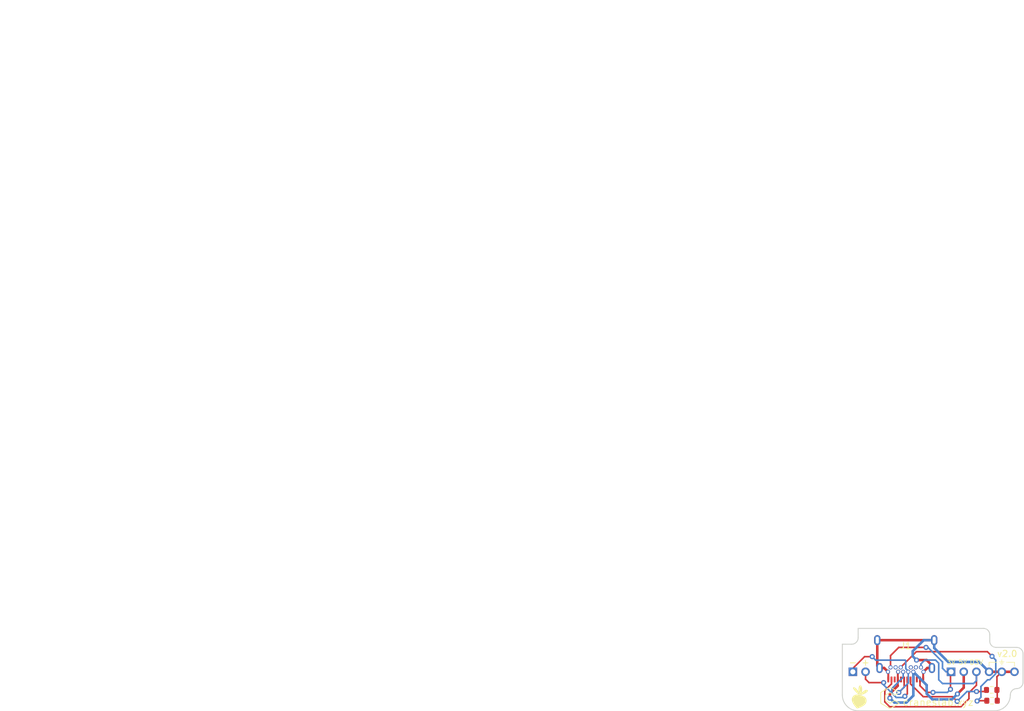
<source format=kicad_pcb>
(kicad_pcb (version 20211014) (generator pcbnew)
  (layers (0 "F.Cu" signal) (31 "B.Cu" signal) (34 "B.Paste" user) (35 "F.Paste" user) (36 "B.SilkS" user "B.Silkscreen") (37 "F.SilkS" user "F.Silkscreen") (38 "B.Mask" user) (39 "F.Mask" user) (44 "Edge.Cuts" user))
  (net 0 "")
  (net 1 "GND")
  (net 2 "3V3")
  (net 3 "VBUS")
  (net 4 "Net-(J1-PadA5)")
  (net 5 "D+")
  (net 6 "D-")
  (net 7 "Net-(J1-PadA8)")
  (net 8 "D3V")
  (net 9 "Net-(J1-PadB5)")
  (net 10 "Net-(J1-PadB8)")
  (net 11 "Net-(J1-PadB3)")
  (net 12 "Net-(J1-PadB10)")
  (net 13 "Net-(J1-PadA3)")
  (net 14 "Net-(J1-PadA10)")
  (footprint "Model_S:USBC_C_Logo" (layer "F.Cu") (at 130.3 110)
    (fp_text reference "G***" hide)
    (fp_text value "LOGO" hide)
  )
  (footprint "Connector_PinHeader_2.00mm:PinHeader_1x06_P2.00mm_Vertical" (layer "F.Cu") (at 139.94 105.89 90)
    (fp_text reference "J2" hide)
    (fp_text value "Conn_01x06" hide)
    (pad "1" thru_hole rect locked (at 0 0 90) (size 1.35 1.35) (drill 0.8) (layers *.Cu *.Mask) (net 2 "3V3"))
    (pad "2" thru_hole oval locked (at 0 2 90) (size 1.35 1.35) (drill 0.8) (layers *.Cu *.Mask) (net 3 "VBUS"))
    (pad "3" thru_hole oval locked (at 0 4 90) (size 1.35 1.35) (drill 0.8) (layers *.Cu *.Mask) (net 8 "D3V"))
    (pad "4" thru_hole oval locked (at 0 6 90) (size 1.35 1.35) (drill 0.8) (layers *.Cu *.Mask) (net 1 "GND"))
    (pad "5" thru_hole oval locked (at 0 8 90) (size 1.35 1.35) (drill 0.8) (layers *.Cu *.Mask) (net 1 "GND"))
    (pad "6" thru_hole oval locked (at 0 10 90) (size 1.35 1.35) (drill 0.8) (layers *.Cu *.Mask) (net 1 "GND"))
  )
  (footprint "Model_S:Shou Han Type-C 24P QCHT" (layer "F.Cu") (at 132.79 99.04 180)
    (fp_text reference "J1" (at 0 -2.75) (layer "F.SilkS"))
    (fp_text value "USB_C_Receptacle")
    (pad "" np_thru_hole circle locked (at 3.75 -7.5 180) (size 0.7 0.7) (drill 0.7) (layers *.Cu *.Mask))
    (pad "" np_thru_hole circle locked (at -3.6 -7.5 180) (size 0.7 0.7) (drill 0.7) (layers *.Cu *.Mask))
    (pad "A1" smd rect locked (at -2.75 -8.06 180) (size 0.3 0.9) (layers "F.Cu" "F.Paste" "F.Mask") (net 1 "GND"))
    (pad "A2" smd rect locked (at -2.25 -8.06 180) (size 0.3 0.9) (layers "F.Cu" "F.Paste" "F.Mask") (net 2 "3V3"))
    (pad "A3" smd rect locked (at -1.75 -8.06 180) (size 0.3 0.9) (layers "F.Cu" "F.Paste" "F.Mask") (net 13 "Net-(J1-PadA3)"))
    (pad "A4" smd rect locked (at -1.25 -8.06 180) (size 0.3 0.9) (layers "F.Cu" "F.Paste" "F.Mask") (net 3 "VBUS"))
    (pad "A5" smd rect locked (at -0.75 -8.06 180) (size 0.3 0.9) (layers "F.Cu" "F.Paste" "F.Mask") (net 4 "Net-(J1-PadA5)"))
    (pad "A6" smd rect locked (at -0.25 -8.06 180) (size 0.3 0.9) (layers "F.Cu" "F.Paste" "F.Mask") (net 5 "D+"))
    (pad "A7" smd rect locked (at 0.25 -8.06 180) (size 0.3 0.9) (layers "F.Cu" "F.Paste" "F.Mask") (net 6 "D-"))
    (pad "A8" smd rect locked (at 0.75 -8.06 180) (size 0.3 0.9) (layers "F.Cu" "F.Paste" "F.Mask") (net 7 "Net-(J1-PadA8)"))
    (pad "A9" smd rect locked (at 1.25 -8.06 180) (size 0.3 0.9) (layers "F.Cu" "F.Paste" "F.Mask") (net 3 "VBUS"))
    (pad "A10" smd rect locked (at 1.75 -8.06 180) (size 0.3 0.9) (layers "F.Cu" "F.Paste" "F.Mask") (net 14 "Net-(J1-PadA10)"))
    (pad "A11" smd rect locked (at 2.25 -8.06 180) (size 0.3 0.9) (layers "F.Cu" "F.Paste" "F.Mask") (net 8 "D3V"))
    (pad "A12" smd rect locked (at 2.75 -8.06 180) (size 0.3 0.9) (layers "F.Cu" "F.Paste" "F.Mask") (net 1 "GND"))
    (pad "B1" thru_hole circle locked (at 2.8 -6.85 180) (size 0.65 0.65) (drill 0.4) (layers *.Cu *.Mask) (net 1 "GND"))
    (pad "B2" thru_hole circle locked (at 2.4 -6.15 180) (size 0.65 0.65) (drill 0.4) (layers *.Cu *.Mask) (net 2 "3V3"))
    (pad "B3" thru_hole circle locked (at 1.6 -6.15 180) (size 0.65 0.65) (drill 0.4) (layers *.Cu *.Mask) (net 11 "Net-(J1-PadB3)"))
    (pad "B4" thru_hole circle locked (at 1.2 -6.85 180) (size 0.65 0.65) (drill 0.4) (layers *.Cu *.Mask) (net 3 "VBUS"))
    (pad "B5" thru_hole circle locked (at 0.8 -6.15 180) (size 0.65 0.65) (drill 0.4) (layers *.Cu *.Mask) (net 9 "Net-(J1-PadB5)"))
    (pad "B6" thru_hole circle locked (at 0.4 -6.85 180) (size 0.65 0.65) (drill 0.4) (layers *.Cu *.Mask) (net 5 "D+"))
    (pad "B7" thru_hole circle locked (at -0.4 -6.85 180) (size 0.65 0.65) (drill 0.4) (layers *.Cu *.Mask) (net 6 "D-"))
    (pad "B8" thru_hole circle locked (at -0.8 -6.15 180) (size 0.65 0.65) (drill 0.4) (layers *.Cu *.Mask) (net 10 "Net-(J1-PadB8)"))
    (pad "B9" thru_hole circle locked (at -1.2 -6.85 180) (size 0.65 0.65) (drill 0.4) (layers *.Cu *.Mask) (net 3 "VBUS"))
    (pad "B10" thru_hole circle locked (at -1.6 -6.15 180) (size 0.65 0.65) (drill 0.4) (layers *.Cu *.Mask) (net 12 "Net-(J1-PadB10)"))
    (pad "B11" thru_hole circle locked (at -2.4 -6.15 180) (size 0.65 0.65) (drill 0.4) (layers *.Cu *.Mask) (net 8 "D3V"))
    (pad "B12" thru_hole circle locked (at -2.8 -6.85 180) (size 0.65 0.65) (drill 0.4) (layers *.Cu *.Mask) (net 1 "GND"))
    (pad "S1" thru_hole oval locked (at 4.13 -6.25 180) (size 1 1.6) (drill oval 0.5 1.1) (layers *.Cu *.Mask) (net 1 "GND"))
    (pad "S1" thru_hole oval locked (at -4.13 -6.25 180) (size 1 1.6) (drill oval 0.5 1.1) (layers *.Cu *.Mask) (net 1 "GND"))
    (pad "S1" thru_hole oval locked (at 4.49 -1.86 180) (size 1 1.6) (drill oval 0.5 1.1) (layers *.Cu *.Mask) (net 1 "GND"))
    (pad "S1" thru_hole oval locked (at -4.49 -1.86 180) (size 1 1.6) (drill oval 0.5 1.1) (layers *.Cu *.Mask) (net 1 "GND"))
  )
  (footprint "Connector_PinHeader_2.00mm:PinHeader_1x02_P2.00mm_Vertical" (layer "F.Cu") (at 124.45 105.89 90)
    (fp_text reference "J3" hide)
    (fp_text value "Conn_01x02" hide)
    (pad "1" thru_hole rect locked (at 0 0 90) (size 1.35 1.35) (drill 0.8) (layers *.Cu *.Mask) (net 6 "D-"))
    (pad "2" thru_hole oval locked (at 0 2 90) (size 1.35 1.35) (drill 0.8) (layers *.Cu *.Mask) (net 5 "D+"))
  )
  (footprint "Resistor_SMD:R_0603_1608Metric" (layer "F.Cu") (at 146.35 108.75 180)
    (fp_text reference "R1" hide)
    (fp_text value "5.1k" hide)
    (pad "1" smd roundrect locked (at -0.825 0 180) (size 0.8 0.95) (layers "F.Cu" "F.Paste" "F.Mask") (net 1 "GND"))
    (pad "2" smd roundrect locked (at 0.825 0 180) (size 0.8 0.95) (layers "F.Cu" "F.Paste" "F.Mask") (net 4 "Net-(J1-PadA5)"))
  )
  (footprint "Resistor_SMD:R_0603_1608Metric" (layer "F.Cu") (at 146.4 110.45)
    (fp_text reference "R2" hide)
    (fp_text value "5.1k" hide)
    (pad "1" smd roundrect locked (at -0.825 0) (size 0.8 0.95) (layers "F.Cu" "F.Paste" "F.Mask") (net 9 "Net-(J1-PadB5)"))
    (pad "2" smd roundrect locked (at 0.825 0) (size 0.8 0.95) (layers "F.Cu" "F.Paste" "F.Mask") (net 1 "GND"))
  )
  (footprint "LOGO" (layer "F.Cu") (at 125.453205 109.842378)
    (fp_text reference "G***" hide)
    (fp_text value "LOGO" hide)
  )
  (gr_line (start 148.69 104.39) (end 149.94 104.39) (layer "F.SilkS") (width 0.1))
  (gr_line (start 145.94 104.39) (end 145.94 105.04) (layer "F.SilkS") (width 0.1))
  (gr_line (start 149.94 104.39) (end 149.94 105.04) (layer "F.SilkS") (width 0.1))
  (gr_line (start 147.19 104.39) (end 145.94 104.39) (layer "F.SilkS") (width 0.1))
  (gr_line (start 125.29 99.04) (end 145.04 99.04) (layer "Edge.Cuts") (width 0.1524))
  (gr_line (start 125.29 112.04) (end 146.79 112.04) (layer "Edge.Cuts") (width 0.1524))
  (gr_line (start 122.79 101.54) (end 122.79 109.54) (layer "Edge.Cuts") (width 0.1524))
  (gr_arc (start 149.29 109.54) (mid 148.557767 111.307767) (end 146.79 112.04) (layer "Edge.Cuts") (width 0.152))
  (gr_arc (start 125.29 112.04) (mid 123.522233 111.307767) (end 122.79 109.54) (layer "Edge.Cuts") (width 0.152))
  (gr_line (start 151.29 107.54) (end 151.29 103.04) (layer "Edge.Cuts") (width 0.152))
  (gr_arc (start 125.287921 100.495896) (mid 124.988467 101.237726) (end 124.248402 101.541518) (layer "Edge.Cuts") (width 0.15))
  (gr_arc (start 145.04 99.04) (mid 145.747107 99.332893) (end 146.04 100.04) (layer "Edge.Cuts") (width 0.152))
  (gr_arc (start 149.29 109.54) (mid 149.582893 108.832893) (end 150.29 108.54) (layer "Edge.Cuts") (width 0.152))
  (gr_line (start 146.04 100.04) (end 146.04 101.04) (layer "Edge.Cuts") (width 0.152))
  (gr_arc (start 151.29 107.54) (mid 150.997107 108.247107) (end 150.29 108.54) (layer "Edge.Cuts") (width 0.152))
  (gr_line (start 147.04 102.04) (end 150.29 102.04) (layer "Edge.Cuts") (width 0.152))
  (gr_line (start 125.29 99.04) (end 125.287921 100.495896) (layer "Edge.Cuts") (width 0.15))
  (gr_line (start 122.79 101.54) (end 124.248402 101.541518) (layer "Edge.Cuts") (width 0.15))
  (gr_arc (start 150.29 102.04) (mid 150.997107 102.332893) (end 151.29 103.04) (layer "Edge.Cuts") (width 0.152))
  (gr_arc (start 147.04 102.04) (mid 146.332893 101.747107) (end 146.04 101.04) (layer "Edge.Cuts") (width 0.152))
  (gr_text "D3V" (at 143.94 104.39) (layer "F.SilkS") (effects (font (size 0.75 0.75) (thickness 0.1))))
  (gr_text "⏚" (at 147.94 104.39) (layer "F.SilkS") (effects (font (size 0.75 0.75) (thickness 0.1))))
  (gr_text "5V" (at 141.8 104.35) (layer "F.SilkS") (effects (font (size 0.75 0.75) (thickness 0.1))))
  (gr_text "v2.0" (at 148.79 103.04) (layer "F.SilkS") (effects (font (size 1 1))))
  (gr_text "3V" (at 139.94 104.39) (layer "F.SilkS") (effects (font (size 0.75 0.75) (thickness 0.1))))
  (gr_text "-" (at 124.45 104.4) (layer "F.SilkS") (effects (font (size 1 1)) (justify mirror)))
  (gr_text "craneslab.xyz" (at 137.9 110.7) (layer "F.SilkS") (effects (font (size 1.1 1.1) (thickness 0.125))))
  (gr_text "+" (at 126.45 104.4) (layer "F.SilkS") (effects (font (size 1 1)) (justify mirror)))
  (segment (start 129.39 105.29) (end 128.66 105.29) (width 0.4) (layer "F.Cu") (net 1))
  (segment (start 137.28 100.9) (end 128.3 100.9) (width 0.4) (layer "F.Cu") (net 1))
  (segment (start 130.04 107.1) (end 130.04 105.94) (width 0.3) (layer "F.Cu") (net 1))
  (segment (start 130.04 105.94) (end 129.99 105.89) (width 0.25) (layer "F.Cu") (net 1))
  (segment (start 129.99 105.89) (end 129.39 105.29) (width 0.4) (layer "F.Cu") (net 1))
  (segment (start 149.94 105.89) (end 147.94 105.89) (width 0.4) (layer "F.Cu") (net 1))
  (segment (start 147.225 110.45) (end 147.225 108.8) (width 0.25) (layer "F.Cu") (net 1))
  (segment (start 136.19 105.29) (end 135.59 105.89) (width 0.4) (layer "F.Cu") (net 1))
  (segment (start 147.225 108.8) (end 147.175 108.75) (width 0.25) (layer "F.Cu") (net 1))
  (segment (start 136.92 105.29) (end 136.92 104.87) (width 0.4) (layer "F.Cu") (net 1))
  (segment (start 147.175 106.655) (end 147.94 105.89) (width 0.25) (layer "F.Cu") (net 1))
  (segment (start 136.92 105.29) (end 136.19 105.29) (width 0.4) (layer "F.Cu") (net 1))
  (segment (start 147.175 108.75) (end 147.175 106.655) (width 0.25) (layer "F.Cu") (net 1))
  (segment (start 128.3 100.9) (end 128.3 104.93) (width 0.4) (layer "F.Cu") (net 1))
  (segment (start 128.3 104.93) (end 128.66 105.29) (width 0.4) (layer "F.Cu") (net 1))
  (segment (start 135.54 107.1) (end 135.54 105.94) (width 0.3) (layer "F.Cu") (net 1))
  (segment (start 136.92 104.87) (end 136.09 104.04) (width 0.4) (layer "F.Cu") (net 1))
  (segment (start 136.09 104.04) (end 134.49 104.04) (width 0.4) (layer "F.Cu") (net 1))
  (segment (start 147.94 105.89) (end 145.94 105.89) (width 0.4) (layer "F.Cu") (net 1))
  (segment (start 135.54 105.94) (end 135.59 105.89) (width 0.25) (layer "F.Cu") (net 1))
  (via (at 134.49 104.04) (size 0.8) (drill 0.4) (layers "F.Cu" "B.Cu") (net 1))
  (segment (start 133.89 103.44) (end 133.89 102.64) (width 0.4) (layer "B.Cu") (net 1))
  (segment (start 135.63 100.9) (end 137.28 100.9) (width 0.4) (layer "B.Cu") (net 1))
  (segment (start 139.49 104.34) (end 144.39 104.34) (width 0.4) (layer "B.Cu") (net 1))
  (segment (start 133.89 102.64) (end 135.63 100.9) (width 0.4) (layer "B.Cu") (net 1))
  (segment (start 134.49 104.04) (end 133.89 103.44) (width 0.4) (layer "B.Cu") (net 1))
  (segment (start 144.39 104.34) (end 145.94 105.89) (width 0.4) (layer "B.Cu") (net 1))
  (segment (start 137.28 102.13) (end 139.49 104.34) (width 0.4) (layer "B.Cu") (net 1))
  (segment (start 137.28 100.9) (end 137.28 102.13) (width 0.4) (layer "B.Cu") (net 1))
  (segment (start 136.09 109.14) (end 137.09 109.14) (width 0.25) (layer "F.Cu") (net 2))
  (segment (start 135.04 108.09) (end 136.09 109.14) (width 0.25) (layer "F.Cu") (net 2))
  (segment (start 139.85 108.65) (end 139.85 105.98) (width 0.25) (layer "F.Cu") (net 2))
  (segment (start 131.69 102.04) (end 135.99 102.04) (width 0.25) (layer "F.Cu") (net 2))
  (segment (start 135.04 107.1) (end 135.04 108.09) (width 0.25) (layer "F.Cu") (net 2))
  (segment (start 130.39 105.19) (end 130.39 103.34) (width 0.25) (layer "F.Cu") (net 2))
  (segment (start 139.85 105.98) (end 139.94 105.89) (width 0.25) (layer "F.Cu") (net 2))
  (segment (start 130.39 103.34) (end 131.69 102.04) (width 0.25) (layer "F.Cu") (net 2))
  (via (at 135.99 102.04) (size 0.8) (drill 0.4) (layers "F.Cu" "B.Cu") (net 2))
  (via (at 137.09 109.14) (size 0.8) (drill 0.4) (layers "F.Cu" "B.Cu") (net 2))
  (via (at 139.85 108.65) (size 0.8) (drill 0.4) (layers "F.Cu" "B.Cu") (net 2))
  (segment (start 139.14 105.89) (end 139.94 105.89) (width 0.25) (layer "B.Cu") (net 2))
  (segment (start 138.59 105.34) (end 139.14 105.89) (width 0.25) (layer "B.Cu") (net 2))
  (segment (start 135.99 102.04) (end 136.29 102.04) (width 0.25) (layer "B.Cu") (net 2))
  (segment (start 139.85 108.65) (end 139.36 109.14) (width 0.25) (layer "B.Cu") (net 2))
  (segment (start 139.36 109.14) (end 137.09 109.14) (width 0.25) (layer "B.Cu") (net 2))
  (segment (start 138.59 104.34) (end 138.59 105.34) (width 0.25) (layer "B.Cu") (net 2))
  (segment (start 136.29 102.04) (end 138.59 104.34) (width 0.25) (layer "B.Cu") (net 2))
  (segment (start 134.04 105.94) (end 133.99 105.89) (width 0.3) (layer "F.Cu") (net 3))
  (segment (start 134.04 107.1) (end 134.04 105.94) (width 0.3) (layer "F.Cu") (net 3))
  (segment (start 131.54 107.1) (end 131.54 108.09) (width 0.3) (layer "F.Cu") (net 3))
  (segment (start 131.54 107.1) (end 131.54 105.94) (width 0.3) (layer "F.Cu") (net 3))
  (segment (start 141.94 105.89) (end 141.94 108.39) (width 0.4) (layer "F.Cu") (net 3))
  (segment (start 131.54 105.94) (end 131.59 105.89) (width 0.3) (layer "F.Cu") (net 3))
  (segment (start 131.54 108.09) (end 130.29 109.34) (width 0.4) (layer "F.Cu") (net 3))
  (segment (start 130.29 109.34) (end 130.29 110.04) (width 0.4) (layer "F.Cu") (net 3))
  (segment (start 141.94 108.39) (end 140.94 109.39) (width 0.4) (layer "F.Cu") (net 3))
  (via (at 140.94 109.39) (size 0.8) (drill 0.4) (layers "F.Cu" "B.Cu") (net 3))
  (via (at 130.29 110.04) (size 0.8) (drill 0.4) (layers "F.Cu" "B.Cu") (net 3))
  (segment (start 133.99 109.64) (end 132.89 110.74) (width 0.4) (layer "B.Cu") (net 3))
  (segment (start 132.89 110.74) (end 130.99 110.74) (width 0.4) (layer "B.Cu") (net 3))
  (segment (start 130.99 110.74) (end 130.29 110.04) (width 0.4) (layer "B.Cu") (net 3))
  (segment (start 133.99 105.89) (end 136.09 107.99) (width 0.4) (layer "B.Cu") (net 3))
  (segment (start 140.09 110.24) (end 140.94 109.39) (width 0.4) (layer "B.Cu") (net 3))
  (segment (start 133.99 105.89) (end 133.99 109.64) (width 0.4) (layer "B.Cu") (net 3))
  (segment (start 136.09 107.99) (end 136.09 109.34) (width 0.4) (layer "B.Cu") (net 3))
  (segment (start 136.99 110.24) (end 140.09 110.24) (width 0.4) (layer "B.Cu") (net 3))
  (segment (start 136.09 109.34) (end 136.99 110.24) (width 0.4) (layer "B.Cu") (net 3))
  (segment (start 145.275 109) (end 145.525 108.75) (width 0.25) (layer "F.Cu") (net 4))
  (segment (start 133.54 107.8) (end 135.555 109.815) (width 0.25) (layer "F.Cu") (net 4))
  (segment (start 133.54 107.1) (end 133.54 107.8) (width 0.25) (layer "F.Cu") (net 4))
  (segment (start 135.555 109.815) (end 140.165 109.815) (width 0.25) (layer "F.Cu") (net 4))
  (segment (start 143.95 109) (end 145.275 109) (width 0.25) (layer "F.Cu") (net 4))
  (segment (start 140.165 109.815) (end 140.9 110.55) (width 0.25) (layer "F.Cu") (net 4))
  (via (at 143.95 109) (size 0.8) (drill 0.4) (layers "F.Cu" "B.Cu") (net 4))
  (via (at 140.9 110.55) (size 0.8) (drill 0.4) (layers "F.Cu" "B.Cu") (net 4))
  (segment (start 140.9 110.55) (end 142.45 109) (width 0.25) (layer "B.Cu") (net 4))
  (segment (start 142.45 109) (end 143.95 109) (width 0.25) (layer "B.Cu") (net 4))
  (segment (start 133.04 109.36) (end 133.04 107.1) (width 0.25) (layer "F.Cu") (net 5))
  (segment (start 132.65 109.75) (end 133.04 109.36) (width 0.25) (layer "F.Cu") (net 5))
  (segment (start 126.9941 107.5941) (end 129.3041 107.5941) (width 0.25) (layer "F.Cu") (net 5))
  (segment (start 126.45 105.89) (end 126.45 107.05) (width 0.25) (layer "F.Cu") (net 5))
  (segment (start 126.45 107.05) (end 126.9941 107.5941) (width 0.25) (layer "F.Cu") (net 5))
  (via (at 132.65 109.75) (size 0.8) (drill 0.4) (layers "F.Cu" "B.Cu") (net 5))
  (via (at 129.3041 107.5941) (size 0.8) (drill 0.4) (layers "F.Cu" "B.Cu") (net 5))
  (segment (start 132.65 109.75) (end 132.46 109.94) (width 0.25) (layer "B.Cu") (net 5))
  (segment (start 130.6 108.89) (end 130.6 108.53) (width 0.25) (layer "B.Cu") (net 5))
  (segment (start 129.3041 107.9541) (end 129.3041 107.5941) (width 0.25) (layer "B.Cu") (net 5))
  (segment (start 132.39 106.74) (end 132.39 105.89) (width 0.25) (layer "B.Cu") (net 5))
  (segment (start 132.46 109.94) (end 131.29 109.94) (width 0.25) (layer "B.Cu") (net 5))
  (segment (start 131.29 109.94) (end 129.3041 107.9541) (width 0.25) (layer "B.Cu") (net 5))
  (segment (start 130.6 109.25) (end 130.6 108.89) (width 0.25) (layer "B.Cu") (net 5))
  (segment (start 130.6 108.53) (end 132.39 106.74) (width 0.25) (layer "B.Cu") (net 5))
  (segment (start 126.3 103.5) (end 127.5 103.5) (width 0.25) (layer "F.Cu") (net 6))
  (segment (start 124.45 105.35) (end 126.3 103.5) (width 0.25) (layer "F.Cu") (net 6))
  (segment (start 131.7 109.15) (end 132.54 108.31) (width 0.25) (layer "F.Cu") (net 6))
  (segment (start 124.45 105.89) (end 124.45 105.35) (width 0.25) (layer "F.Cu") (net 6))
  (segment (start 132.54 108.31) (end 132.54 107.1) (width 0.25) (layer "F.Cu") (net 6))
  (via (at 131.7 109.15) (size 0.8) (drill 0.4) (layers "F.Cu" "B.Cu") (net 6))
  (via (at 127.5 103.5) (size 0.8) (drill 0.4) (layers "F.Cu" "B.Cu") (net 6))
  (segment (start 133.19 105.7887) (end 132.7911 105.3898) (width 0.25) (layer "B.Cu") (net 6))
  (segment (start 132.7 104.05) (end 128.05 104.05) (width 0.25) (layer "B.Cu") (net 6))
  (segment (start 131.7 109.15) (end 133.19 107.66) (width 0.25) (layer "B.Cu") (net 6))
  (segment (start 128.05 104.05) (end 127.5 103.5) (width 0.25) (layer "B.Cu") (net 6))
  (segment (start 133.19 107.66) (end 133.19 105.89) (width 0.25) (layer "B.Cu") (net 6))
  (segment (start 132.7911 104.1411) (end 132.7 104.05) (width 0.25) (layer "B.Cu") (net 6))
  (segment (start 133.19 105.89) (end 133.19 105.7887) (width 0.25) (layer "B.Cu") (net 6))
  (segment (start 132.7911 105.3898) (end 132.7911 104.1411) (width 0.25) (layer "B.Cu") (net 6))
  (segment (start 129.49 108.85) (end 129.49 110.64) (width 0.25) (layer "F.Cu") (net 8))
  (segment (start 130.25 111.4) (end 141.5 111.4) (width 0.25) (layer "F.Cu") (net 8))
  (segment (start 142.76 110.14) (end 142.76 109.19) (width 0.25) (layer "F.Cu") (net 8))
  (segment (start 142.76 109.19) (end 143.94 108.01) (width 0.25) (layer "F.Cu") (net 8))
  (segment (start 130.54 107.1) (end 130.54 107.8) (width 0.25) (layer "F.Cu") (net 8))
  (segment (start 141.5 111.4) (end 142.76 110.14) (width 0.25) (layer "F.Cu") (net 8))
  (segment (start 129.49 110.64) (end 130.25 111.4) (width 0.25) (layer "F.Cu") (net 8))
  (segment (start 143.94 108.01) (end 143.94 105.89) (width 0.25) (layer "F.Cu") (net 8))
  (segment (start 130.54 107.8) (end 129.49 108.85) (width 0.25) (layer "F.Cu") (net 8))
  (segment (start 135.79 104.04) (end 137.49 104.04) (width 0.25) (layer "B.Cu") (net 8))
  (segment (start 135.19 104.64) (end 135.79 104.04) (width 0.25) (layer "B.Cu") (net 8))
  (segment (start 143.49 107.74) (end 143.94 107.29) (width 0.25) (layer "B.Cu") (net 8))
  (segment (start 135.19 105.19) (end 135.19 104.64) (width 0.25) (layer "B.Cu") (net 8))
  (segment (start 143.94 107.29) (end 143.94 105.89) (width 0.25) (layer "B.Cu") (net 8))
  (segment (start 138.59 107.74) (end 143.49 107.74) (width 0.25) (layer "B.Cu") (net 8))
  (segment (start 137.99 104.54) (end 137.99 107.14) (width 0.25) (layer "B.Cu") (net 8))
  (segment (start 137.49 104.04) (end 137.99 104.54) (width 0.25) (layer "B.Cu") (net 8))
  (segment (start 137.99 107.14) (end 138.59 107.74) (width 0.25) (layer "B.Cu") (net 8))
  (segment (start 145.575 110.45) (end 144.1 110.45) (width 0.25) (layer "F.Cu") (net 9))
  (segment (start 134.465 102.715) (end 145.265 102.715) (width 0.25) (layer "F.Cu") (net 9))
  (segment (start 145.265 102.715) (end 145.665 102.715) (width 0.25) (layer "F.Cu") (net 9))
  (segment (start 131.99 105.19) (end 134.465 102.715) (width 0.25) (layer "F.Cu") (net 9))
  (segment (start 145.665 102.715) (end 146.4 103.45) (width 0.25) (layer "F.Cu") (net 9))
  (segment (start 144.1 110.45) (end 144.05 110.5) (width 0.25) (layer "F.Cu") (net 9))
  (via (at 146.4 103.45) (size 0.8) (drill 0.4) (layers "F.Cu" "B.Cu") (net 9))
  (via (at 144.05 110.5) (size 0.8) (drill 0.4) (layers "F.Cu" "B.Cu") (net 9))
  (segment (start 146.99 106.183503) (end 146.99 104.04) (width 0.25) (layer "B.Cu") (net 9))
  (segment (start 146.99 104.04) (end 146.4 103.45) (width 0.25) (layer "B.Cu") (net 9))
  (segment (start 146.023503 107.15) (end 146.99 106.183503) (width 0.25) (layer "B.Cu") (net 9))
  (segment (start 144.65 109.9) (end 144.65 108.2) (width 0.25) (layer "B.Cu") (net 9))
  (segment (start 144.65 108.2) (end 145.7 107.15) (width 0.25) (layer "B.Cu") (net 9))
  (segment (start 145.7 107.15) (end 146.023503 107.15) (width 0.25) (layer "B.Cu") (net 9))
  (segment (start 144.05 110.5) (end 144.65 109.9) (width 0.25) (layer "B.Cu") (net 9))
)
</source>
